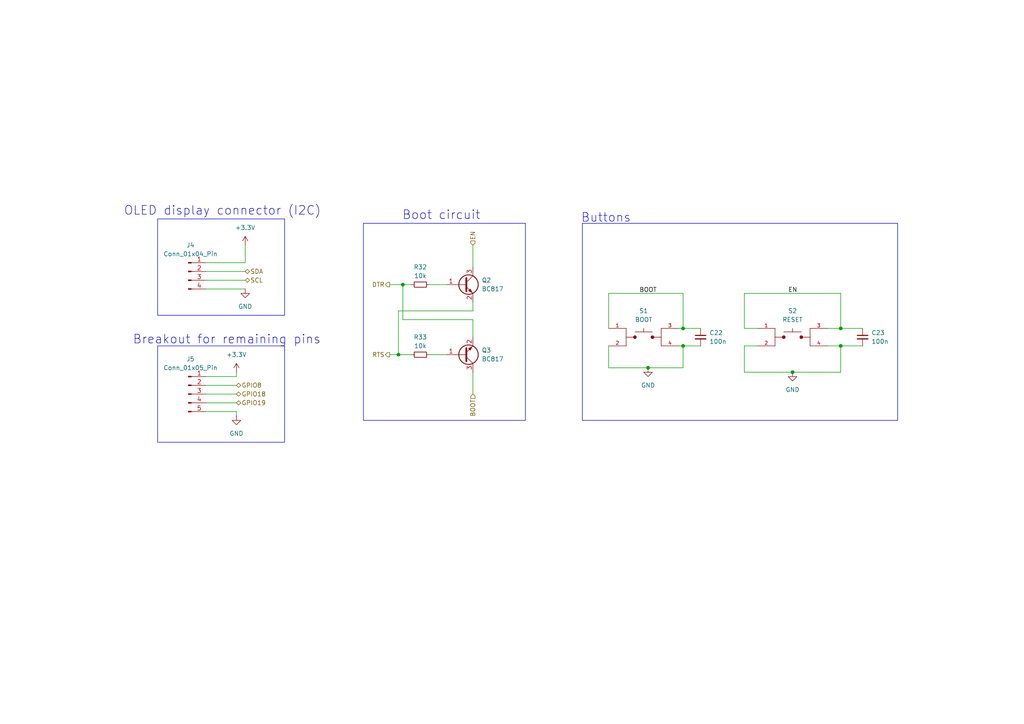
<source format=kicad_sch>
(kicad_sch
	(version 20250114)
	(generator "eeschema")
	(generator_version "9.0")
	(uuid "e1e97ee4-f9f5-45a6-95b8-0e996d4e219b")
	(paper "A4")
	(lib_symbols
		(symbol "Connector:Conn_01x04_Pin"
			(pin_names
				(offset 1.016)
				(hide yes)
			)
			(exclude_from_sim no)
			(in_bom yes)
			(on_board yes)
			(property "Reference" "J"
				(at 0 5.08 0)
				(effects
					(font
						(size 1.27 1.27)
					)
				)
			)
			(property "Value" "Conn_01x04_Pin"
				(at 0 -7.62 0)
				(effects
					(font
						(size 1.27 1.27)
					)
				)
			)
			(property "Footprint" ""
				(at 0 0 0)
				(effects
					(font
						(size 1.27 1.27)
					)
					(hide yes)
				)
			)
			(property "Datasheet" "~"
				(at 0 0 0)
				(effects
					(font
						(size 1.27 1.27)
					)
					(hide yes)
				)
			)
			(property "Description" "Generic connector, single row, 01x04, script generated"
				(at 0 0 0)
				(effects
					(font
						(size 1.27 1.27)
					)
					(hide yes)
				)
			)
			(property "ki_locked" ""
				(at 0 0 0)
				(effects
					(font
						(size 1.27 1.27)
					)
				)
			)
			(property "ki_keywords" "connector"
				(at 0 0 0)
				(effects
					(font
						(size 1.27 1.27)
					)
					(hide yes)
				)
			)
			(property "ki_fp_filters" "Connector*:*_1x??_*"
				(at 0 0 0)
				(effects
					(font
						(size 1.27 1.27)
					)
					(hide yes)
				)
			)
			(symbol "Conn_01x04_Pin_1_1"
				(rectangle
					(start 0.8636 2.667)
					(end 0 2.413)
					(stroke
						(width 0.1524)
						(type default)
					)
					(fill
						(type outline)
					)
				)
				(rectangle
					(start 0.8636 0.127)
					(end 0 -0.127)
					(stroke
						(width 0.1524)
						(type default)
					)
					(fill
						(type outline)
					)
				)
				(rectangle
					(start 0.8636 -2.413)
					(end 0 -2.667)
					(stroke
						(width 0.1524)
						(type default)
					)
					(fill
						(type outline)
					)
				)
				(rectangle
					(start 0.8636 -4.953)
					(end 0 -5.207)
					(stroke
						(width 0.1524)
						(type default)
					)
					(fill
						(type outline)
					)
				)
				(polyline
					(pts
						(xy 1.27 2.54) (xy 0.8636 2.54)
					)
					(stroke
						(width 0.1524)
						(type default)
					)
					(fill
						(type none)
					)
				)
				(polyline
					(pts
						(xy 1.27 0) (xy 0.8636 0)
					)
					(stroke
						(width 0.1524)
						(type default)
					)
					(fill
						(type none)
					)
				)
				(polyline
					(pts
						(xy 1.27 -2.54) (xy 0.8636 -2.54)
					)
					(stroke
						(width 0.1524)
						(type default)
					)
					(fill
						(type none)
					)
				)
				(polyline
					(pts
						(xy 1.27 -5.08) (xy 0.8636 -5.08)
					)
					(stroke
						(width 0.1524)
						(type default)
					)
					(fill
						(type none)
					)
				)
				(pin passive line
					(at 5.08 2.54 180)
					(length 3.81)
					(name "Pin_1"
						(effects
							(font
								(size 1.27 1.27)
							)
						)
					)
					(number "1"
						(effects
							(font
								(size 1.27 1.27)
							)
						)
					)
				)
				(pin passive line
					(at 5.08 0 180)
					(length 3.81)
					(name "Pin_2"
						(effects
							(font
								(size 1.27 1.27)
							)
						)
					)
					(number "2"
						(effects
							(font
								(size 1.27 1.27)
							)
						)
					)
				)
				(pin passive line
					(at 5.08 -2.54 180)
					(length 3.81)
					(name "Pin_3"
						(effects
							(font
								(size 1.27 1.27)
							)
						)
					)
					(number "3"
						(effects
							(font
								(size 1.27 1.27)
							)
						)
					)
				)
				(pin passive line
					(at 5.08 -5.08 180)
					(length 3.81)
					(name "Pin_4"
						(effects
							(font
								(size 1.27 1.27)
							)
						)
					)
					(number "4"
						(effects
							(font
								(size 1.27 1.27)
							)
						)
					)
				)
			)
			(embedded_fonts no)
		)
		(symbol "Connector:Conn_01x05_Pin"
			(pin_names
				(offset 1.016)
				(hide yes)
			)
			(exclude_from_sim no)
			(in_bom yes)
			(on_board yes)
			(property "Reference" "J"
				(at 0 7.62 0)
				(effects
					(font
						(size 1.27 1.27)
					)
				)
			)
			(property "Value" "Conn_01x05_Pin"
				(at 0 -7.62 0)
				(effects
					(font
						(size 1.27 1.27)
					)
				)
			)
			(property "Footprint" ""
				(at 0 0 0)
				(effects
					(font
						(size 1.27 1.27)
					)
					(hide yes)
				)
			)
			(property "Datasheet" "~"
				(at 0 0 0)
				(effects
					(font
						(size 1.27 1.27)
					)
					(hide yes)
				)
			)
			(property "Description" "Generic connector, single row, 01x05, script generated"
				(at 0 0 0)
				(effects
					(font
						(size 1.27 1.27)
					)
					(hide yes)
				)
			)
			(property "ki_locked" ""
				(at 0 0 0)
				(effects
					(font
						(size 1.27 1.27)
					)
				)
			)
			(property "ki_keywords" "connector"
				(at 0 0 0)
				(effects
					(font
						(size 1.27 1.27)
					)
					(hide yes)
				)
			)
			(property "ki_fp_filters" "Connector*:*_1x??_*"
				(at 0 0 0)
				(effects
					(font
						(size 1.27 1.27)
					)
					(hide yes)
				)
			)
			(symbol "Conn_01x05_Pin_1_1"
				(rectangle
					(start 0.8636 5.207)
					(end 0 4.953)
					(stroke
						(width 0.1524)
						(type default)
					)
					(fill
						(type outline)
					)
				)
				(rectangle
					(start 0.8636 2.667)
					(end 0 2.413)
					(stroke
						(width 0.1524)
						(type default)
					)
					(fill
						(type outline)
					)
				)
				(rectangle
					(start 0.8636 0.127)
					(end 0 -0.127)
					(stroke
						(width 0.1524)
						(type default)
					)
					(fill
						(type outline)
					)
				)
				(rectangle
					(start 0.8636 -2.413)
					(end 0 -2.667)
					(stroke
						(width 0.1524)
						(type default)
					)
					(fill
						(type outline)
					)
				)
				(rectangle
					(start 0.8636 -4.953)
					(end 0 -5.207)
					(stroke
						(width 0.1524)
						(type default)
					)
					(fill
						(type outline)
					)
				)
				(polyline
					(pts
						(xy 1.27 5.08) (xy 0.8636 5.08)
					)
					(stroke
						(width 0.1524)
						(type default)
					)
					(fill
						(type none)
					)
				)
				(polyline
					(pts
						(xy 1.27 2.54) (xy 0.8636 2.54)
					)
					(stroke
						(width 0.1524)
						(type default)
					)
					(fill
						(type none)
					)
				)
				(polyline
					(pts
						(xy 1.27 0) (xy 0.8636 0)
					)
					(stroke
						(width 0.1524)
						(type default)
					)
					(fill
						(type none)
					)
				)
				(polyline
					(pts
						(xy 1.27 -2.54) (xy 0.8636 -2.54)
					)
					(stroke
						(width 0.1524)
						(type default)
					)
					(fill
						(type none)
					)
				)
				(polyline
					(pts
						(xy 1.27 -5.08) (xy 0.8636 -5.08)
					)
					(stroke
						(width 0.1524)
						(type default)
					)
					(fill
						(type none)
					)
				)
				(pin passive line
					(at 5.08 5.08 180)
					(length 3.81)
					(name "Pin_1"
						(effects
							(font
								(size 1.27 1.27)
							)
						)
					)
					(number "1"
						(effects
							(font
								(size 1.27 1.27)
							)
						)
					)
				)
				(pin passive line
					(at 5.08 2.54 180)
					(length 3.81)
					(name "Pin_2"
						(effects
							(font
								(size 1.27 1.27)
							)
						)
					)
					(number "2"
						(effects
							(font
								(size 1.27 1.27)
							)
						)
					)
				)
				(pin passive line
					(at 5.08 0 180)
					(length 3.81)
					(name "Pin_3"
						(effects
							(font
								(size 1.27 1.27)
							)
						)
					)
					(number "3"
						(effects
							(font
								(size 1.27 1.27)
							)
						)
					)
				)
				(pin passive line
					(at 5.08 -2.54 180)
					(length 3.81)
					(name "Pin_4"
						(effects
							(font
								(size 1.27 1.27)
							)
						)
					)
					(number "4"
						(effects
							(font
								(size 1.27 1.27)
							)
						)
					)
				)
				(pin passive line
					(at 5.08 -5.08 180)
					(length 3.81)
					(name "Pin_5"
						(effects
							(font
								(size 1.27 1.27)
							)
						)
					)
					(number "5"
						(effects
							(font
								(size 1.27 1.27)
							)
						)
					)
				)
			)
			(embedded_fonts no)
		)
		(symbol "Device:C_Small"
			(pin_numbers
				(hide yes)
			)
			(pin_names
				(offset 0.254)
				(hide yes)
			)
			(exclude_from_sim no)
			(in_bom yes)
			(on_board yes)
			(property "Reference" "C"
				(at 0.254 1.778 0)
				(effects
					(font
						(size 1.27 1.27)
					)
					(justify left)
				)
			)
			(property "Value" "C_Small"
				(at 0.254 -2.032 0)
				(effects
					(font
						(size 1.27 1.27)
					)
					(justify left)
				)
			)
			(property "Footprint" ""
				(at 0 0 0)
				(effects
					(font
						(size 1.27 1.27)
					)
					(hide yes)
				)
			)
			(property "Datasheet" "~"
				(at 0 0 0)
				(effects
					(font
						(size 1.27 1.27)
					)
					(hide yes)
				)
			)
			(property "Description" "Unpolarized capacitor, small symbol"
				(at 0 0 0)
				(effects
					(font
						(size 1.27 1.27)
					)
					(hide yes)
				)
			)
			(property "ki_keywords" "capacitor cap"
				(at 0 0 0)
				(effects
					(font
						(size 1.27 1.27)
					)
					(hide yes)
				)
			)
			(property "ki_fp_filters" "C_*"
				(at 0 0 0)
				(effects
					(font
						(size 1.27 1.27)
					)
					(hide yes)
				)
			)
			(symbol "C_Small_0_1"
				(polyline
					(pts
						(xy -1.524 0.508) (xy 1.524 0.508)
					)
					(stroke
						(width 0.3048)
						(type default)
					)
					(fill
						(type none)
					)
				)
				(polyline
					(pts
						(xy -1.524 -0.508) (xy 1.524 -0.508)
					)
					(stroke
						(width 0.3302)
						(type default)
					)
					(fill
						(type none)
					)
				)
			)
			(symbol "C_Small_1_1"
				(pin passive line
					(at 0 2.54 270)
					(length 2.032)
					(name "~"
						(effects
							(font
								(size 1.27 1.27)
							)
						)
					)
					(number "1"
						(effects
							(font
								(size 1.27 1.27)
							)
						)
					)
				)
				(pin passive line
					(at 0 -2.54 90)
					(length 2.032)
					(name "~"
						(effects
							(font
								(size 1.27 1.27)
							)
						)
					)
					(number "2"
						(effects
							(font
								(size 1.27 1.27)
							)
						)
					)
				)
			)
			(embedded_fonts no)
		)
		(symbol "Device:R_Small"
			(pin_numbers
				(hide yes)
			)
			(pin_names
				(offset 0.254)
				(hide yes)
			)
			(exclude_from_sim no)
			(in_bom yes)
			(on_board yes)
			(property "Reference" "R"
				(at 0.762 0.508 0)
				(effects
					(font
						(size 1.27 1.27)
					)
					(justify left)
				)
			)
			(property "Value" "R_Small"
				(at 0.762 -1.016 0)
				(effects
					(font
						(size 1.27 1.27)
					)
					(justify left)
				)
			)
			(property "Footprint" ""
				(at 0 0 0)
				(effects
					(font
						(size 1.27 1.27)
					)
					(hide yes)
				)
			)
			(property "Datasheet" "~"
				(at 0 0 0)
				(effects
					(font
						(size 1.27 1.27)
					)
					(hide yes)
				)
			)
			(property "Description" "Resistor, small symbol"
				(at 0 0 0)
				(effects
					(font
						(size 1.27 1.27)
					)
					(hide yes)
				)
			)
			(property "ki_keywords" "R resistor"
				(at 0 0 0)
				(effects
					(font
						(size 1.27 1.27)
					)
					(hide yes)
				)
			)
			(property "ki_fp_filters" "R_*"
				(at 0 0 0)
				(effects
					(font
						(size 1.27 1.27)
					)
					(hide yes)
				)
			)
			(symbol "R_Small_0_1"
				(rectangle
					(start -0.762 1.778)
					(end 0.762 -1.778)
					(stroke
						(width 0.2032)
						(type default)
					)
					(fill
						(type none)
					)
				)
			)
			(symbol "R_Small_1_1"
				(pin passive line
					(at 0 2.54 270)
					(length 0.762)
					(name "~"
						(effects
							(font
								(size 1.27 1.27)
							)
						)
					)
					(number "1"
						(effects
							(font
								(size 1.27 1.27)
							)
						)
					)
				)
				(pin passive line
					(at 0 -2.54 90)
					(length 0.762)
					(name "~"
						(effects
							(font
								(size 1.27 1.27)
							)
						)
					)
					(number "2"
						(effects
							(font
								(size 1.27 1.27)
							)
						)
					)
				)
			)
			(embedded_fonts no)
		)
		(symbol "TL3305AF260QG:TL3305AF260QG"
			(pin_names
				(offset 1.016)
			)
			(exclude_from_sim no)
			(in_bom yes)
			(on_board yes)
			(property "Reference" "U"
				(at -5.08 5.08 0)
				(effects
					(font
						(size 1.27 1.27)
					)
					(justify left bottom)
				)
			)
			(property "Value" "TL3305AF260QG"
				(at -5.08 -5.08 0)
				(effects
					(font
						(size 1.27 1.27)
					)
					(justify left bottom)
				)
			)
			(property "Footprint" "TL3305AF260QG:SW_TL3305AF260QG"
				(at 0 0 0)
				(effects
					(font
						(size 1.27 1.27)
					)
					(justify bottom)
					(hide yes)
				)
			)
			(property "Datasheet" ""
				(at 0 0 0)
				(effects
					(font
						(size 1.27 1.27)
					)
					(hide yes)
				)
			)
			(property "Description" ""
				(at 0 0 0)
				(effects
					(font
						(size 1.27 1.27)
					)
					(hide yes)
				)
			)
			(property "MF" "E-Switch"
				(at 0 0 0)
				(effects
					(font
						(size 1.27 1.27)
					)
					(justify bottom)
					(hide yes)
				)
			)
			(property "MAXIMUM_PACKAGE_HEIGHT" "3.8mm"
				(at 0 0 0)
				(effects
					(font
						(size 1.27 1.27)
					)
					(justify bottom)
					(hide yes)
				)
			)
			(property "Package" "SMD-4 E-Switch"
				(at 0 0 0)
				(effects
					(font
						(size 1.27 1.27)
					)
					(justify bottom)
					(hide yes)
				)
			)
			(property "Price" "None"
				(at 0 0 0)
				(effects
					(font
						(size 1.27 1.27)
					)
					(justify bottom)
					(hide yes)
				)
			)
			(property "Check_prices" "https://www.snapeda.com/parts/TL3305AF260QG/E-Switch/view-part/?ref=eda"
				(at 0 0 0)
				(effects
					(font
						(size 1.27 1.27)
					)
					(justify bottom)
					(hide yes)
				)
			)
			(property "STANDARD" "Manufacturer recommendations"
				(at 0 0 0)
				(effects
					(font
						(size 1.27 1.27)
					)
					(justify bottom)
					(hide yes)
				)
			)
			(property "PARTREV" "C"
				(at 0 0 0)
				(effects
					(font
						(size 1.27 1.27)
					)
					(justify bottom)
					(hide yes)
				)
			)
			(property "SnapEDA_Link" "https://www.snapeda.com/parts/TL3305AF260QG/E-Switch/view-part/?ref=snap"
				(at 0 0 0)
				(effects
					(font
						(size 1.27 1.27)
					)
					(justify bottom)
					(hide yes)
				)
			)
			(property "MP" "TL3305AF260QG"
				(at 0 0 0)
				(effects
					(font
						(size 1.27 1.27)
					)
					(justify bottom)
					(hide yes)
				)
			)
			(property "Purchase-URL" "https://www.snapeda.com/api/url_track_click_mouser/?unipart_id=479903&manufacturer=E-Switch&part_name=TL3305AF260QG&search_term=None"
				(at 0 0 0)
				(effects
					(font
						(size 1.27 1.27)
					)
					(justify bottom)
					(hide yes)
				)
			)
			(property "Description_1" "Tactile Switch SPST-NO Top Actuated Surface Mount"
				(at 0 0 0)
				(effects
					(font
						(size 1.27 1.27)
					)
					(justify bottom)
					(hide yes)
				)
			)
			(property "Availability" "In Stock"
				(at 0 0 0)
				(effects
					(font
						(size 1.27 1.27)
					)
					(justify bottom)
					(hide yes)
				)
			)
			(property "MANUFACTURER" "E-Switch"
				(at 0 0 0)
				(effects
					(font
						(size 1.27 1.27)
					)
					(justify bottom)
					(hide yes)
				)
			)
			(symbol "TL3305AF260QG_0_0"
				(polyline
					(pts
						(xy -5.08 2.54) (xy -5.08 -2.54)
					)
					(stroke
						(width 0.1524)
						(type default)
					)
					(fill
						(type none)
					)
				)
				(polyline
					(pts
						(xy -5.08 0) (xy -2.54 0)
					)
					(stroke
						(width 0.1524)
						(type default)
					)
					(fill
						(type none)
					)
				)
				(polyline
					(pts
						(xy -2.54 1.524) (xy 0 1.524)
					)
					(stroke
						(width 0.1524)
						(type default)
					)
					(fill
						(type none)
					)
				)
				(circle
					(center -2.54 0)
					(radius 0.254)
					(stroke
						(width 0.508)
						(type default)
					)
					(fill
						(type none)
					)
				)
				(polyline
					(pts
						(xy 0 2.54) (xy 0 1.524)
					)
					(stroke
						(width 0.1524)
						(type default)
					)
					(fill
						(type none)
					)
				)
				(polyline
					(pts
						(xy 0 1.524) (xy 2.54 1.524)
					)
					(stroke
						(width 0.1524)
						(type default)
					)
					(fill
						(type none)
					)
				)
				(circle
					(center 2.54 0)
					(radius 0.254)
					(stroke
						(width 0.508)
						(type default)
					)
					(fill
						(type none)
					)
				)
				(polyline
					(pts
						(xy 5.08 2.54) (xy 5.08 -2.54)
					)
					(stroke
						(width 0.1524)
						(type default)
					)
					(fill
						(type none)
					)
				)
				(polyline
					(pts
						(xy 5.08 0) (xy 2.54 0)
					)
					(stroke
						(width 0.1524)
						(type default)
					)
					(fill
						(type none)
					)
				)
				(pin passive line
					(at -10.16 2.54 0)
					(length 5.08)
					(name "~"
						(effects
							(font
								(size 1.016 1.016)
							)
						)
					)
					(number "1"
						(effects
							(font
								(size 1.016 1.016)
							)
						)
					)
				)
				(pin passive line
					(at -10.16 -2.54 0)
					(length 5.08)
					(name "~"
						(effects
							(font
								(size 1.016 1.016)
							)
						)
					)
					(number "2"
						(effects
							(font
								(size 1.016 1.016)
							)
						)
					)
				)
				(pin passive line
					(at 10.16 2.54 180)
					(length 5.08)
					(name "~"
						(effects
							(font
								(size 1.016 1.016)
							)
						)
					)
					(number "3"
						(effects
							(font
								(size 1.016 1.016)
							)
						)
					)
				)
				(pin passive line
					(at 10.16 -2.54 180)
					(length 5.08)
					(name "~"
						(effects
							(font
								(size 1.016 1.016)
							)
						)
					)
					(number "4"
						(effects
							(font
								(size 1.016 1.016)
							)
						)
					)
				)
			)
			(embedded_fonts no)
		)
		(symbol "Transistor_BJT:BC817"
			(pin_names
				(offset 0)
				(hide yes)
			)
			(exclude_from_sim no)
			(in_bom yes)
			(on_board yes)
			(property "Reference" "Q"
				(at 5.08 1.905 0)
				(effects
					(font
						(size 1.27 1.27)
					)
					(justify left)
				)
			)
			(property "Value" "BC817"
				(at 5.08 0 0)
				(effects
					(font
						(size 1.27 1.27)
					)
					(justify left)
				)
			)
			(property "Footprint" "Package_TO_SOT_SMD:SOT-23"
				(at 5.08 -1.905 0)
				(effects
					(font
						(size 1.27 1.27)
						(italic yes)
					)
					(justify left)
					(hide yes)
				)
			)
			(property "Datasheet" "https://www.onsemi.com/pub/Collateral/BC818-D.pdf"
				(at 0 0 0)
				(effects
					(font
						(size 1.27 1.27)
					)
					(justify left)
					(hide yes)
				)
			)
			(property "Description" "0.8A Ic, 45V Vce, NPN Transistor, SOT-23"
				(at 0 0 0)
				(effects
					(font
						(size 1.27 1.27)
					)
					(hide yes)
				)
			)
			(property "ki_keywords" "NPN Transistor"
				(at 0 0 0)
				(effects
					(font
						(size 1.27 1.27)
					)
					(hide yes)
				)
			)
			(property "ki_fp_filters" "SOT?23*"
				(at 0 0 0)
				(effects
					(font
						(size 1.27 1.27)
					)
					(hide yes)
				)
			)
			(symbol "BC817_0_1"
				(polyline
					(pts
						(xy -2.54 0) (xy 0.635 0)
					)
					(stroke
						(width 0)
						(type default)
					)
					(fill
						(type none)
					)
				)
				(polyline
					(pts
						(xy 0.635 1.905) (xy 0.635 -1.905)
					)
					(stroke
						(width 0.508)
						(type default)
					)
					(fill
						(type none)
					)
				)
				(circle
					(center 1.27 0)
					(radius 2.8194)
					(stroke
						(width 0.254)
						(type default)
					)
					(fill
						(type none)
					)
				)
			)
			(symbol "BC817_1_1"
				(polyline
					(pts
						(xy 0.635 0.635) (xy 2.54 2.54)
					)
					(stroke
						(width 0)
						(type default)
					)
					(fill
						(type none)
					)
				)
				(polyline
					(pts
						(xy 0.635 -0.635) (xy 2.54 -2.54)
					)
					(stroke
						(width 0)
						(type default)
					)
					(fill
						(type none)
					)
				)
				(polyline
					(pts
						(xy 1.27 -1.778) (xy 1.778 -1.27) (xy 2.286 -2.286) (xy 1.27 -1.778)
					)
					(stroke
						(width 0)
						(type default)
					)
					(fill
						(type outline)
					)
				)
				(pin input line
					(at -5.08 0 0)
					(length 2.54)
					(name "B"
						(effects
							(font
								(size 1.27 1.27)
							)
						)
					)
					(number "1"
						(effects
							(font
								(size 1.27 1.27)
							)
						)
					)
				)
				(pin passive line
					(at 2.54 5.08 270)
					(length 2.54)
					(name "C"
						(effects
							(font
								(size 1.27 1.27)
							)
						)
					)
					(number "3"
						(effects
							(font
								(size 1.27 1.27)
							)
						)
					)
				)
				(pin passive line
					(at 2.54 -5.08 90)
					(length 2.54)
					(name "E"
						(effects
							(font
								(size 1.27 1.27)
							)
						)
					)
					(number "2"
						(effects
							(font
								(size 1.27 1.27)
							)
						)
					)
				)
			)
			(embedded_fonts no)
		)
		(symbol "power:+3.3V"
			(power)
			(pin_numbers
				(hide yes)
			)
			(pin_names
				(offset 0)
				(hide yes)
			)
			(exclude_from_sim no)
			(in_bom yes)
			(on_board yes)
			(property "Reference" "#PWR"
				(at 0 -3.81 0)
				(effects
					(font
						(size 1.27 1.27)
					)
					(hide yes)
				)
			)
			(property "Value" "+3.3V"
				(at 0 3.556 0)
				(effects
					(font
						(size 1.27 1.27)
					)
				)
			)
			(property "Footprint" ""
				(at 0 0 0)
				(effects
					(font
						(size 1.27 1.27)
					)
					(hide yes)
				)
			)
			(property "Datasheet" ""
				(at 0 0 0)
				(effects
					(font
						(size 1.27 1.27)
					)
					(hide yes)
				)
			)
			(property "Description" "Power symbol creates a global label with name \"+3.3V\""
				(at 0 0 0)
				(effects
					(font
						(size 1.27 1.27)
					)
					(hide yes)
				)
			)
			(property "ki_keywords" "global power"
				(at 0 0 0)
				(effects
					(font
						(size 1.27 1.27)
					)
					(hide yes)
				)
			)
			(symbol "+3.3V_0_1"
				(polyline
					(pts
						(xy -0.762 1.27) (xy 0 2.54)
					)
					(stroke
						(width 0)
						(type default)
					)
					(fill
						(type none)
					)
				)
				(polyline
					(pts
						(xy 0 2.54) (xy 0.762 1.27)
					)
					(stroke
						(width 0)
						(type default)
					)
					(fill
						(type none)
					)
				)
				(polyline
					(pts
						(xy 0 0) (xy 0 2.54)
					)
					(stroke
						(width 0)
						(type default)
					)
					(fill
						(type none)
					)
				)
			)
			(symbol "+3.3V_1_1"
				(pin power_in line
					(at 0 0 90)
					(length 0)
					(name "~"
						(effects
							(font
								(size 1.27 1.27)
							)
						)
					)
					(number "1"
						(effects
							(font
								(size 1.27 1.27)
							)
						)
					)
				)
			)
			(embedded_fonts no)
		)
		(symbol "power:GND"
			(power)
			(pin_numbers
				(hide yes)
			)
			(pin_names
				(offset 0)
				(hide yes)
			)
			(exclude_from_sim no)
			(in_bom yes)
			(on_board yes)
			(property "Reference" "#PWR"
				(at 0 -6.35 0)
				(effects
					(font
						(size 1.27 1.27)
					)
					(hide yes)
				)
			)
			(property "Value" "GND"
				(at 0 -3.81 0)
				(effects
					(font
						(size 1.27 1.27)
					)
				)
			)
			(property "Footprint" ""
				(at 0 0 0)
				(effects
					(font
						(size 1.27 1.27)
					)
					(hide yes)
				)
			)
			(property "Datasheet" ""
				(at 0 0 0)
				(effects
					(font
						(size 1.27 1.27)
					)
					(hide yes)
				)
			)
			(property "Description" "Power symbol creates a global label with name \"GND\" , ground"
				(at 0 0 0)
				(effects
					(font
						(size 1.27 1.27)
					)
					(hide yes)
				)
			)
			(property "ki_keywords" "global power"
				(at 0 0 0)
				(effects
					(font
						(size 1.27 1.27)
					)
					(hide yes)
				)
			)
			(symbol "GND_0_1"
				(polyline
					(pts
						(xy 0 0) (xy 0 -1.27) (xy 1.27 -1.27) (xy 0 -2.54) (xy -1.27 -1.27) (xy 0 -1.27)
					)
					(stroke
						(width 0)
						(type default)
					)
					(fill
						(type none)
					)
				)
			)
			(symbol "GND_1_1"
				(pin power_in line
					(at 0 0 270)
					(length 0)
					(name "~"
						(effects
							(font
								(size 1.27 1.27)
							)
						)
					)
					(number "1"
						(effects
							(font
								(size 1.27 1.27)
							)
						)
					)
				)
			)
			(embedded_fonts no)
		)
	)
	(rectangle
		(start 45.72 63.5)
		(end 82.55 91.44)
		(stroke
			(width 0)
			(type default)
		)
		(fill
			(type none)
		)
		(uuid 2f08449b-5127-423f-b005-575ec010fb03)
	)
	(rectangle
		(start 105.41 64.77)
		(end 152.4 121.92)
		(stroke
			(width 0)
			(type default)
		)
		(fill
			(type none)
		)
		(uuid 8271a60c-25c3-4af3-863a-ea0f23409a14)
	)
	(rectangle
		(start 45.72 100.33)
		(end 82.55 128.27)
		(stroke
			(width 0)
			(type default)
		)
		(fill
			(type none)
		)
		(uuid cb7d8aa3-1ddf-4903-883d-64e9b50274f8)
	)
	(rectangle
		(start 168.91 64.77)
		(end 260.35 121.92)
		(stroke
			(width 0)
			(type default)
		)
		(fill
			(type none)
		)
		(uuid d0c0e176-746b-446b-86cd-8d6ed83e5bf2)
	)
	(text "Boot circuit"
		(exclude_from_sim no)
		(at 128.016 62.484 0)
		(effects
			(font
				(size 2.54 2.54)
			)
		)
		(uuid "2db1e8e9-fdc2-4461-aad0-b4543b985b55")
	)
	(text "OLED display connector (I2C)"
		(exclude_from_sim no)
		(at 64.516 61.214 0)
		(effects
			(font
				(size 2.54 2.54)
			)
		)
		(uuid "33622139-ec8b-461a-8c56-264107029b12")
	)
	(text "Breakout for remaining pins"
		(exclude_from_sim no)
		(at 65.786 98.552 0)
		(effects
			(font
				(size 2.54 2.54)
			)
		)
		(uuid "3bb3ab2f-5d71-4ce6-b8eb-d679410b87a8")
	)
	(text "Buttons"
		(exclude_from_sim no)
		(at 175.768 63.246 0)
		(effects
			(font
				(size 2.54 2.54)
			)
		)
		(uuid "6b05d7bf-67fb-4bd9-a3a1-92e36f6d9e3f")
	)
	(junction
		(at 229.87 107.95)
		(diameter 0)
		(color 0 0 0 0)
		(uuid "232d7f36-906c-4084-a0ca-3dd0081e61f0")
	)
	(junction
		(at 198.12 100.33)
		(diameter 0)
		(color 0 0 0 0)
		(uuid "2f705da7-d529-4f50-bdf8-90d761f73cc0")
	)
	(junction
		(at 115.57 102.87)
		(diameter 0)
		(color 0 0 0 0)
		(uuid "378a6b08-3028-46fc-8dac-1c0896fae046")
	)
	(junction
		(at 243.84 100.33)
		(diameter 0)
		(color 0 0 0 0)
		(uuid "7bcca1a8-f6b9-4ce8-8c88-4b12583ed7de")
	)
	(junction
		(at 116.84 82.55)
		(diameter 0)
		(color 0 0 0 0)
		(uuid "d078843d-a620-45cd-8fe0-b4f09d80a545")
	)
	(junction
		(at 243.84 95.25)
		(diameter 0)
		(color 0 0 0 0)
		(uuid "d3cd129a-1950-4c2d-bf9a-31c8eb018940")
	)
	(junction
		(at 187.96 106.68)
		(diameter 0)
		(color 0 0 0 0)
		(uuid "d67249c0-3b30-43b1-b3ce-5fe19c60168e")
	)
	(junction
		(at 198.12 95.25)
		(diameter 0)
		(color 0 0 0 0)
		(uuid "fba3d517-4cb6-4250-a4c4-71b4b1abd2c4")
	)
	(wire
		(pts
			(xy 68.58 119.38) (xy 68.58 120.65)
		)
		(stroke
			(width 0)
			(type default)
		)
		(uuid "00b0e897-17eb-47c2-8a4c-409bc28eac0e")
	)
	(wire
		(pts
			(xy 59.69 81.28) (xy 71.12 81.28)
		)
		(stroke
			(width 0)
			(type default)
		)
		(uuid "02ba7c2e-359b-4483-8f1b-968f7c8d3f53")
	)
	(wire
		(pts
			(xy 243.84 100.33) (xy 250.19 100.33)
		)
		(stroke
			(width 0)
			(type default)
		)
		(uuid "0934ed25-aea7-4682-b6aa-852eb32a99d2")
	)
	(wire
		(pts
			(xy 215.9 107.95) (xy 229.87 107.95)
		)
		(stroke
			(width 0)
			(type default)
		)
		(uuid "0a890593-4f7e-4a28-a350-3eb510f176b4")
	)
	(wire
		(pts
			(xy 215.9 85.09) (xy 243.84 85.09)
		)
		(stroke
			(width 0)
			(type default)
		)
		(uuid "14af426f-4304-485f-9943-ba2a13ecb2b3")
	)
	(wire
		(pts
			(xy 198.12 85.09) (xy 198.12 95.25)
		)
		(stroke
			(width 0)
			(type default)
		)
		(uuid "201b83f5-25be-4cba-8312-32ab8138aee9")
	)
	(wire
		(pts
			(xy 59.69 111.76) (xy 68.58 111.76)
		)
		(stroke
			(width 0)
			(type default)
		)
		(uuid "250fa551-a82a-49c9-8779-df27a13a786f")
	)
	(wire
		(pts
			(xy 124.46 82.55) (xy 129.54 82.55)
		)
		(stroke
			(width 0)
			(type default)
		)
		(uuid "28aae830-f199-46cd-b88c-ef3cf9cdf33e")
	)
	(wire
		(pts
			(xy 59.69 78.74) (xy 71.12 78.74)
		)
		(stroke
			(width 0)
			(type default)
		)
		(uuid "2bb0349a-a9b1-483c-859a-71d1d2d0924a")
	)
	(wire
		(pts
			(xy 229.87 107.95) (xy 243.84 107.95)
		)
		(stroke
			(width 0)
			(type default)
		)
		(uuid "314b42ba-bf46-4d8a-b0df-c75813450a7d")
	)
	(wire
		(pts
			(xy 196.85 100.33) (xy 198.12 100.33)
		)
		(stroke
			(width 0)
			(type default)
		)
		(uuid "3573e667-99df-4dc8-8d65-1a9228ea7877")
	)
	(wire
		(pts
			(xy 113.03 82.55) (xy 116.84 82.55)
		)
		(stroke
			(width 0)
			(type default)
		)
		(uuid "3a51ab3c-0653-4145-8621-71c002953d6b")
	)
	(wire
		(pts
			(xy 115.57 90.17) (xy 137.16 90.17)
		)
		(stroke
			(width 0)
			(type default)
		)
		(uuid "41a9c0a7-598a-4620-b5f8-62f69065d544")
	)
	(wire
		(pts
			(xy 198.12 95.25) (xy 203.2 95.25)
		)
		(stroke
			(width 0)
			(type default)
		)
		(uuid "42e862fd-159a-43d0-9fde-7c80dd0ec0f1")
	)
	(wire
		(pts
			(xy 176.53 85.09) (xy 198.12 85.09)
		)
		(stroke
			(width 0)
			(type default)
		)
		(uuid "435cbc20-780a-4fa6-8c28-96b7fcddc784")
	)
	(wire
		(pts
			(xy 115.57 102.87) (xy 119.38 102.87)
		)
		(stroke
			(width 0)
			(type default)
		)
		(uuid "444f3888-c87f-4c09-b769-fec192afb096")
	)
	(wire
		(pts
			(xy 240.03 100.33) (xy 243.84 100.33)
		)
		(stroke
			(width 0)
			(type default)
		)
		(uuid "45e74190-56b3-4e29-a414-b2a926dc2664")
	)
	(wire
		(pts
			(xy 137.16 90.17) (xy 137.16 87.63)
		)
		(stroke
			(width 0)
			(type default)
		)
		(uuid "48b89f34-8495-40b4-88e2-34412f16c26a")
	)
	(wire
		(pts
			(xy 59.69 83.82) (xy 71.12 83.82)
		)
		(stroke
			(width 0)
			(type default)
		)
		(uuid "4e74fd1e-4484-4cd4-9de8-5d7a19d2a794")
	)
	(wire
		(pts
			(xy 198.12 100.33) (xy 198.12 106.68)
		)
		(stroke
			(width 0)
			(type default)
		)
		(uuid "5534c92b-d28b-44d8-94a8-b8ea771ed9a5")
	)
	(wire
		(pts
			(xy 59.69 109.22) (xy 68.58 109.22)
		)
		(stroke
			(width 0)
			(type default)
		)
		(uuid "5606db23-7584-4729-b6a9-c6a19f31e100")
	)
	(wire
		(pts
			(xy 196.85 95.25) (xy 198.12 95.25)
		)
		(stroke
			(width 0)
			(type default)
		)
		(uuid "563f775b-6d08-4506-8d56-c558553519f5")
	)
	(wire
		(pts
			(xy 215.9 95.25) (xy 215.9 85.09)
		)
		(stroke
			(width 0)
			(type default)
		)
		(uuid "5dc61fe4-4c4f-46ef-9739-6bae25e15df2")
	)
	(wire
		(pts
			(xy 137.16 107.95) (xy 137.16 114.3)
		)
		(stroke
			(width 0)
			(type default)
		)
		(uuid "5ecab9b3-3a69-47ed-81f4-35aff650a1c8")
	)
	(wire
		(pts
			(xy 116.84 82.55) (xy 116.84 92.71)
		)
		(stroke
			(width 0)
			(type default)
		)
		(uuid "61e02388-5d2e-4bdd-82a0-c970e6d45761")
	)
	(wire
		(pts
			(xy 198.12 106.68) (xy 187.96 106.68)
		)
		(stroke
			(width 0)
			(type default)
		)
		(uuid "6a3cabd6-22c0-4563-86e3-3bcb08c4cb07")
	)
	(wire
		(pts
			(xy 113.03 102.87) (xy 115.57 102.87)
		)
		(stroke
			(width 0)
			(type default)
		)
		(uuid "714a9635-1f25-44c8-b172-6feeaf7bc027")
	)
	(wire
		(pts
			(xy 198.12 100.33) (xy 203.2 100.33)
		)
		(stroke
			(width 0)
			(type default)
		)
		(uuid "71a228ef-2ade-42de-b925-627a5cecd9e0")
	)
	(wire
		(pts
			(xy 115.57 102.87) (xy 115.57 90.17)
		)
		(stroke
			(width 0)
			(type default)
		)
		(uuid "7add4f18-5e29-4727-b856-ccfb0fddd67d")
	)
	(wire
		(pts
			(xy 243.84 95.25) (xy 250.19 95.25)
		)
		(stroke
			(width 0)
			(type default)
		)
		(uuid "8299badc-bdf0-4a96-9553-fd1c917bebe4")
	)
	(wire
		(pts
			(xy 59.69 119.38) (xy 68.58 119.38)
		)
		(stroke
			(width 0)
			(type default)
		)
		(uuid "86700f51-4232-4ac3-91c6-48cb451775ec")
	)
	(wire
		(pts
			(xy 176.53 95.25) (xy 176.53 85.09)
		)
		(stroke
			(width 0)
			(type default)
		)
		(uuid "8b8db65c-cfc8-45d4-b7c3-d190adc051d5")
	)
	(wire
		(pts
			(xy 240.03 95.25) (xy 243.84 95.25)
		)
		(stroke
			(width 0)
			(type default)
		)
		(uuid "8fd4dec8-5848-47af-b065-d22ea7cd4862")
	)
	(wire
		(pts
			(xy 71.12 76.2) (xy 71.12 71.12)
		)
		(stroke
			(width 0)
			(type default)
		)
		(uuid "90fdc303-9993-4552-9e0e-7762309e3300")
	)
	(wire
		(pts
			(xy 116.84 92.71) (xy 137.16 92.71)
		)
		(stroke
			(width 0)
			(type default)
		)
		(uuid "97f1ec6e-9634-4ac6-abba-bf582ed57c3a")
	)
	(wire
		(pts
			(xy 243.84 85.09) (xy 243.84 95.25)
		)
		(stroke
			(width 0)
			(type default)
		)
		(uuid "99b2f88a-89f7-4abb-97c1-6bdf4aa8a0c0")
	)
	(wire
		(pts
			(xy 137.16 92.71) (xy 137.16 97.79)
		)
		(stroke
			(width 0)
			(type default)
		)
		(uuid "a8b84933-6e54-4185-9a4c-c400a774d384")
	)
	(wire
		(pts
			(xy 215.9 100.33) (xy 219.71 100.33)
		)
		(stroke
			(width 0)
			(type default)
		)
		(uuid "ba4b50d0-ed57-4fd4-b47c-e51b286df9a3")
	)
	(wire
		(pts
			(xy 124.46 102.87) (xy 129.54 102.87)
		)
		(stroke
			(width 0)
			(type default)
		)
		(uuid "caa50e7c-67c9-43ba-be70-8622c4511760")
	)
	(wire
		(pts
			(xy 215.9 95.25) (xy 219.71 95.25)
		)
		(stroke
			(width 0)
			(type default)
		)
		(uuid "caeaff4e-a075-4974-bc9c-0bbb32373e79")
	)
	(wire
		(pts
			(xy 116.84 82.55) (xy 119.38 82.55)
		)
		(stroke
			(width 0)
			(type default)
		)
		(uuid "cb0357ef-dd72-4a55-a5c6-173b0cf369a3")
	)
	(wire
		(pts
			(xy 59.69 114.3) (xy 68.58 114.3)
		)
		(stroke
			(width 0)
			(type default)
		)
		(uuid "d85c3528-4362-4656-92a2-08f2dee6ff90")
	)
	(wire
		(pts
			(xy 187.96 106.68) (xy 176.53 106.68)
		)
		(stroke
			(width 0)
			(type default)
		)
		(uuid "d9538ab2-560b-4dff-90e6-b9cb27a92fd8")
	)
	(wire
		(pts
			(xy 59.69 76.2) (xy 71.12 76.2)
		)
		(stroke
			(width 0)
			(type default)
		)
		(uuid "e5005b56-232a-4469-a5eb-dd5858c0c764")
	)
	(wire
		(pts
			(xy 68.58 109.22) (xy 68.58 107.95)
		)
		(stroke
			(width 0)
			(type default)
		)
		(uuid "e9f832e6-682b-4c53-a053-32315e828bff")
	)
	(wire
		(pts
			(xy 59.69 116.84) (xy 68.58 116.84)
		)
		(stroke
			(width 0)
			(type default)
		)
		(uuid "ed098144-5671-4fd0-88c8-d8a2ddb7152b")
	)
	(wire
		(pts
			(xy 176.53 106.68) (xy 176.53 100.33)
		)
		(stroke
			(width 0)
			(type default)
		)
		(uuid "eea7b27c-9615-40a7-8587-4655251f8f63")
	)
	(wire
		(pts
			(xy 243.84 107.95) (xy 243.84 100.33)
		)
		(stroke
			(width 0)
			(type default)
		)
		(uuid "f1c44104-8def-4241-9ee0-08cf8f86be5c")
	)
	(wire
		(pts
			(xy 215.9 100.33) (xy 215.9 107.95)
		)
		(stroke
			(width 0)
			(type default)
		)
		(uuid "f534545d-639f-4ebc-99ed-60e63928a4aa")
	)
	(wire
		(pts
			(xy 137.16 71.12) (xy 137.16 77.47)
		)
		(stroke
			(width 0)
			(type default)
		)
		(uuid "f6fefa00-b84c-4c0f-b06f-6ff04b014c81")
	)
	(label "EN"
		(at 228.6 85.09 0)
		(effects
			(font
				(size 1.27 1.27)
			)
			(justify left bottom)
		)
		(uuid "bf9e60d6-65ef-4218-af21-694470b9fe4e")
	)
	(label "BOOT"
		(at 185.42 85.09 0)
		(effects
			(font
				(size 1.27 1.27)
			)
			(justify left bottom)
		)
		(uuid "f40fe70a-2773-40d7-ba5a-dc01892299cb")
	)
	(hierarchical_label "DTR"
		(shape output)
		(at 113.03 82.55 180)
		(effects
			(font
				(size 1.27 1.27)
			)
			(justify right)
		)
		(uuid "20396729-488b-4e4a-8dca-6718e4dc5406")
	)
	(hierarchical_label "BOOT"
		(shape input)
		(at 137.16 114.3 270)
		(effects
			(font
				(size 1.27 1.27)
			)
			(justify right)
		)
		(uuid "4a8a1a88-45dd-44ff-9274-032c0995d2e6")
	)
	(hierarchical_label "SDA"
		(shape bidirectional)
		(at 71.12 78.74 0)
		(effects
			(font
				(size 1.27 1.27)
			)
			(justify left)
		)
		(uuid "55f90c8e-628c-4882-929a-6ebc2574a1f0")
	)
	(hierarchical_label "GPIO19"
		(shape bidirectional)
		(at 68.58 116.84 0)
		(effects
			(font
				(size 1.27 1.27)
			)
			(justify left)
		)
		(uuid "689dc6d0-a847-48e1-8a7a-1603b279b40d")
	)
	(hierarchical_label "GPIO8"
		(shape bidirectional)
		(at 68.58 111.76 0)
		(effects
			(font
				(size 1.27 1.27)
			)
			(justify left)
		)
		(uuid "8ab1240e-41ad-4347-8746-5182191c5f4b")
	)
	(hierarchical_label "EN"
		(shape input)
		(at 137.16 71.12 90)
		(effects
			(font
				(size 1.27 1.27)
			)
			(justify left)
		)
		(uuid "af0ce654-158f-4789-94a4-a778032cd579")
	)
	(hierarchical_label "GPIO18"
		(shape bidirectional)
		(at 68.58 114.3 0)
		(effects
			(font
				(size 1.27 1.27)
			)
			(justify left)
		)
		(uuid "b3ec330f-caf2-4f45-a588-33cfb7920da0")
	)
	(hierarchical_label "SCL"
		(shape bidirectional)
		(at 71.12 81.28 0)
		(effects
			(font
				(size 1.27 1.27)
			)
			(justify left)
		)
		(uuid "d1c509ae-ba08-4e6d-bc6f-51f753da4273")
	)
	(hierarchical_label "RTS"
		(shape output)
		(at 113.03 102.87 180)
		(effects
			(font
				(size 1.27 1.27)
			)
			(justify right)
		)
		(uuid "e804fbb2-2b64-4b8d-9b6c-36795ddbe9db")
	)
	(symbol
		(lib_id "TL3305AF260QG:TL3305AF260QG")
		(at 229.87 97.79 0)
		(unit 1)
		(exclude_from_sim no)
		(in_bom yes)
		(on_board yes)
		(dnp no)
		(fields_autoplaced yes)
		(uuid "1c70c99f-56f0-4591-9af6-c2eb17bb3c59")
		(property "Reference" "S2"
			(at 229.87 90.17 0)
			(effects
				(font
					(size 1.27 1.27)
				)
			)
		)
		(property "Value" "RESET"
			(at 229.87 92.71 0)
			(effects
				(font
					(size 1.27 1.27)
				)
			)
		)
		(property "Footprint" "ESP32_Peter_dalmaris:SW_TL3305AF260QG"
			(at 229.87 97.79 0)
			(effects
				(font
					(size 1.27 1.27)
				)
				(justify bottom)
				(hide yes)
			)
		)
		(property "Datasheet" ""
			(at 229.87 97.79 0)
			(effects
				(font
					(size 1.27 1.27)
				)
				(hide yes)
			)
		)
		(property "Description" ""
			(at 229.87 97.79 0)
			(effects
				(font
					(size 1.27 1.27)
				)
				(hide yes)
			)
		)
		(property "MF" "E-Switch"
			(at 229.87 97.79 0)
			(effects
				(font
					(size 1.27 1.27)
				)
				(justify bottom)
				(hide yes)
			)
		)
		(property "Description_1" "Tactile Switch SPST-NO Top Actuated Surface Mount"
			(at 229.87 97.79 0)
			(effects
				(font
					(size 1.27 1.27)
				)
				(justify bottom)
				(hide yes)
			)
		)
		(property "Package" "SMD-4 E-Switch"
			(at 229.87 97.79 0)
			(effects
				(font
					(size 1.27 1.27)
				)
				(justify bottom)
				(hide yes)
			)
		)
		(property "Price" "None"
			(at 229.87 97.79 0)
			(effects
				(font
					(size 1.27 1.27)
				)
				(justify bottom)
				(hide yes)
			)
		)
		(property "Check_prices" "https://www.snapeda.com/parts/TL3305AF260QG/E-Switch/view-part/?ref=eda"
			(at 229.87 97.79 0)
			(effects
				(font
					(size 1.27 1.27)
				)
				(justify bottom)
				(hide yes)
			)
		)
		(property "STANDARD" "Manufacturer recommendations"
			(at 229.87 97.79 0)
			(effects
				(font
					(size 1.27 1.27)
				)
				(justify bottom)
				(hide yes)
			)
		)
		(property "PARTREV" "C"
			(at 229.87 97.79 0)
			(effects
				(font
					(size 1.27 1.27)
				)
				(justify bottom)
				(hide yes)
			)
		)
		(property "SnapEDA_Link" "https://www.snapeda.com/parts/TL3305AF260QG/E-Switch/view-part/?ref=snap"
			(at 229.87 97.79 0)
			(effects
				(font
					(size 1.27 1.27)
				)
				(justify bottom)
				(hide yes)
			)
		)
		(property "MP" "TL3305AF260QG"
			(at 229.87 97.79 0)
			(effects
				(font
					(size 1.27 1.27)
				)
				(justify bottom)
				(hide yes)
			)
		)
		(property "Availability" "In Stock"
			(at 229.87 97.79 0)
			(effects
				(font
					(size 1.27 1.27)
				)
				(justify bottom)
				(hide yes)
			)
		)
		(property "MANUFACTURER" "E-Switch"
			(at 229.87 97.79 0)
			(effects
				(font
					(size 1.27 1.27)
				)
				(justify bottom)
				(hide yes)
			)
		)
		(property "MAXIMUM_PACKAGE_HEIGHT" "3.8mm"
			(at 229.87 97.79 0)
			(effects
				(font
					(size 1.27 1.27)
				)
				(justify bottom)
				(hide yes)
			)
		)
		(property "Purchase-URL" "https://www.snapeda.com/api/url_track_click_mouser/?unipart_id=479903&manufacturer=E-Switch&part_name=TL3305AF260QG&search_term=None"
			(at 229.87 97.79 0)
			(effects
				(font
					(size 1.27 1.27)
				)
				(justify bottom)
				(hide yes)
			)
		)
		(pin "3"
			(uuid "ce6f7222-103b-4971-8cce-11a25b258eb4")
		)
		(pin "1"
			(uuid "8a322f2a-4b44-4446-bc8f-f5a7f21af594")
		)
		(pin "4"
			(uuid "3d6ba051-5058-49c7-82d0-c89842992598")
		)
		(pin "2"
			(uuid "06ae439f-9eca-4cd8-a3c6-1f635a58746b")
		)
		(instances
			(project ""
				(path "/17d5887b-171e-413f-b20b-05ee4d173b24/d853babe-4717-4caf-898d-c4a4bd6853bf/37fc5694-111b-4774-92b7-44654ffcc862"
					(reference "S2")
					(unit 1)
				)
			)
		)
	)
	(symbol
		(lib_id "power:GND")
		(at 229.87 107.95 0)
		(unit 1)
		(exclude_from_sim no)
		(in_bom yes)
		(on_board yes)
		(dnp no)
		(fields_autoplaced yes)
		(uuid "264925e7-6926-4dfe-ac7a-0e2158c87111")
		(property "Reference" "#PWR065"
			(at 229.87 114.3 0)
			(effects
				(font
					(size 1.27 1.27)
				)
				(hide yes)
			)
		)
		(property "Value" "GND"
			(at 229.87 113.03 0)
			(effects
				(font
					(size 1.27 1.27)
				)
			)
		)
		(property "Footprint" ""
			(at 229.87 107.95 0)
			(effects
				(font
					(size 1.27 1.27)
				)
				(hide yes)
			)
		)
		(property "Datasheet" ""
			(at 229.87 107.95 0)
			(effects
				(font
					(size 1.27 1.27)
				)
				(hide yes)
			)
		)
		(property "Description" "Power symbol creates a global label with name \"GND\" , ground"
			(at 229.87 107.95 0)
			(effects
				(font
					(size 1.27 1.27)
				)
				(hide yes)
			)
		)
		(pin "1"
			(uuid "41942a5a-75d0-418a-a3c3-fbfde9f85687")
		)
		(instances
			(project "ESP32_PeterDalmaris_Board"
				(path "/17d5887b-171e-413f-b20b-05ee4d173b24/d853babe-4717-4caf-898d-c4a4bd6853bf/37fc5694-111b-4774-92b7-44654ffcc862"
					(reference "#PWR065")
					(unit 1)
				)
			)
		)
	)
	(symbol
		(lib_id "Transistor_BJT:BC817")
		(at 134.62 82.55 0)
		(unit 1)
		(exclude_from_sim no)
		(in_bom yes)
		(on_board yes)
		(dnp no)
		(fields_autoplaced yes)
		(uuid "3b85c4ca-8159-4d60-8956-682bc2f19eb2")
		(property "Reference" "Q2"
			(at 139.7 81.2799 0)
			(effects
				(font
					(size 1.27 1.27)
				)
				(justify left)
			)
		)
		(property "Value" "BC817"
			(at 139.7 83.8199 0)
			(effects
				(font
					(size 1.27 1.27)
				)
				(justify left)
			)
		)
		(property "Footprint" "Package_TO_SOT_SMD:SOT-23"
			(at 139.7 84.455 0)
			(effects
				(font
					(size 1.27 1.27)
					(italic yes)
				)
				(justify left)
				(hide yes)
			)
		)
		(property "Datasheet" "https://www.onsemi.com/pub/Collateral/BC818-D.pdf"
			(at 134.62 82.55 0)
			(effects
				(font
					(size 1.27 1.27)
				)
				(justify left)
				(hide yes)
			)
		)
		(property "Description" "0.8A Ic, 45V Vce, NPN Transistor, SOT-23"
			(at 134.62 82.55 0)
			(effects
				(font
					(size 1.27 1.27)
				)
				(hide yes)
			)
		)
		(pin "1"
			(uuid "4c569833-a6d1-4e1b-8be0-79cf34ea3edd")
		)
		(pin "3"
			(uuid "5ab3902a-0922-4f5e-8065-0a10773dc9ad")
		)
		(pin "2"
			(uuid "3a62acc1-9013-40a9-8303-9bb0cbfde880")
		)
		(instances
			(project ""
				(path "/17d5887b-171e-413f-b20b-05ee4d173b24/d853babe-4717-4caf-898d-c4a4bd6853bf/37fc5694-111b-4774-92b7-44654ffcc862"
					(reference "Q2")
					(unit 1)
				)
			)
		)
	)
	(symbol
		(lib_id "power:+3.3V")
		(at 68.58 107.95 0)
		(unit 1)
		(exclude_from_sim no)
		(in_bom yes)
		(on_board yes)
		(dnp no)
		(fields_autoplaced yes)
		(uuid "4302ccf5-ca90-441f-b088-5a861f0dc0df")
		(property "Reference" "#PWR062"
			(at 68.58 111.76 0)
			(effects
				(font
					(size 1.27 1.27)
				)
				(hide yes)
			)
		)
		(property "Value" "+3.3V"
			(at 68.58 102.87 0)
			(effects
				(font
					(size 1.27 1.27)
				)
			)
		)
		(property "Footprint" ""
			(at 68.58 107.95 0)
			(effects
				(font
					(size 1.27 1.27)
				)
				(hide yes)
			)
		)
		(property "Datasheet" ""
			(at 68.58 107.95 0)
			(effects
				(font
					(size 1.27 1.27)
				)
				(hide yes)
			)
		)
		(property "Description" "Power symbol creates a global label with name \"+3.3V\""
			(at 68.58 107.95 0)
			(effects
				(font
					(size 1.27 1.27)
				)
				(hide yes)
			)
		)
		(pin "1"
			(uuid "3e4f9e50-be39-4750-bf2b-0f0af4bfa8d9")
		)
		(instances
			(project "ESP32_PeterDalmaris_Board"
				(path "/17d5887b-171e-413f-b20b-05ee4d173b24/d853babe-4717-4caf-898d-c4a4bd6853bf/37fc5694-111b-4774-92b7-44654ffcc862"
					(reference "#PWR062")
					(unit 1)
				)
			)
		)
	)
	(symbol
		(lib_id "Device:R_Small")
		(at 121.92 102.87 90)
		(unit 1)
		(exclude_from_sim no)
		(in_bom yes)
		(on_board yes)
		(dnp no)
		(fields_autoplaced yes)
		(uuid "490d3ed2-5ada-42cc-881c-a9fe51650556")
		(property "Reference" "R33"
			(at 121.92 97.79 90)
			(effects
				(font
					(size 1.27 1.27)
				)
			)
		)
		(property "Value" "10k"
			(at 121.92 100.33 90)
			(effects
				(font
					(size 1.27 1.27)
				)
			)
		)
		(property "Footprint" "Resistor_SMD:R_0805_2012Metric"
			(at 121.92 102.87 0)
			(effects
				(font
					(size 1.27 1.27)
				)
				(hide yes)
			)
		)
		(property "Datasheet" "~"
			(at 121.92 102.87 0)
			(effects
				(font
					(size 1.27 1.27)
				)
				(hide yes)
			)
		)
		(property "Description" "Resistor, small symbol"
			(at 121.92 102.87 0)
			(effects
				(font
					(size 1.27 1.27)
				)
				(hide yes)
			)
		)
		(pin "1"
			(uuid "36c38572-c396-4ac3-a3c5-96f06bff9335")
		)
		(pin "2"
			(uuid "7918eed4-35fc-41ac-bcc4-5e14745c2b98")
		)
		(instances
			(project "ESP32_PeterDalmaris_Board"
				(path "/17d5887b-171e-413f-b20b-05ee4d173b24/d853babe-4717-4caf-898d-c4a4bd6853bf/37fc5694-111b-4774-92b7-44654ffcc862"
					(reference "R33")
					(unit 1)
				)
			)
		)
	)
	(symbol
		(lib_id "power:GND")
		(at 71.12 83.82 0)
		(unit 1)
		(exclude_from_sim no)
		(in_bom yes)
		(on_board yes)
		(dnp no)
		(fields_autoplaced yes)
		(uuid "55d19c56-00c7-4fb2-a810-fc8b85dad22b")
		(property "Reference" "#PWR061"
			(at 71.12 90.17 0)
			(effects
				(font
					(size 1.27 1.27)
				)
				(hide yes)
			)
		)
		(property "Value" "GND"
			(at 71.12 88.9 0)
			(effects
				(font
					(size 1.27 1.27)
				)
			)
		)
		(property "Footprint" ""
			(at 71.12 83.82 0)
			(effects
				(font
					(size 1.27 1.27)
				)
				(hide yes)
			)
		)
		(property "Datasheet" ""
			(at 71.12 83.82 0)
			(effects
				(font
					(size 1.27 1.27)
				)
				(hide yes)
			)
		)
		(property "Description" "Power symbol creates a global label with name \"GND\" , ground"
			(at 71.12 83.82 0)
			(effects
				(font
					(size 1.27 1.27)
				)
				(hide yes)
			)
		)
		(pin "1"
			(uuid "38956a1c-83d0-48a3-a341-fbb70859c65e")
		)
		(instances
			(project ""
				(path "/17d5887b-171e-413f-b20b-05ee4d173b24/d853babe-4717-4caf-898d-c4a4bd6853bf/37fc5694-111b-4774-92b7-44654ffcc862"
					(reference "#PWR061")
					(unit 1)
				)
			)
		)
	)
	(symbol
		(lib_id "Connector:Conn_01x04_Pin")
		(at 54.61 78.74 0)
		(unit 1)
		(exclude_from_sim no)
		(in_bom yes)
		(on_board yes)
		(dnp no)
		(fields_autoplaced yes)
		(uuid "665e8103-5de0-4778-82e7-ffbd8603c746")
		(property "Reference" "J4"
			(at 55.245 71.12 0)
			(effects
				(font
					(size 1.27 1.27)
				)
			)
		)
		(property "Value" "Conn_01x04_Pin"
			(at 55.245 73.66 0)
			(effects
				(font
					(size 1.27 1.27)
				)
			)
		)
		(property "Footprint" "Connector_PinHeader_2.54mm:PinHeader_1x04_P2.54mm_Vertical"
			(at 54.61 78.74 0)
			(effects
				(font
					(size 1.27 1.27)
				)
				(hide yes)
			)
		)
		(property "Datasheet" "~"
			(at 54.61 78.74 0)
			(effects
				(font
					(size 1.27 1.27)
				)
				(hide yes)
			)
		)
		(property "Description" "Generic connector, single row, 01x04, script generated"
			(at 54.61 78.74 0)
			(effects
				(font
					(size 1.27 1.27)
				)
				(hide yes)
			)
		)
		(pin "3"
			(uuid "30e2276c-aeae-4cf4-998e-59a6f7ba15f7")
		)
		(pin "4"
			(uuid "33228cab-3d17-42b5-96b0-e4a75ab1ca47")
		)
		(pin "2"
			(uuid "73fc6cb3-ba8d-4af9-b62d-3b60bfdcfb10")
		)
		(pin "1"
			(uuid "dca9d17f-d0dc-44bd-8c95-1dd4ba085102")
		)
		(instances
			(project ""
				(path "/17d5887b-171e-413f-b20b-05ee4d173b24/d853babe-4717-4caf-898d-c4a4bd6853bf/37fc5694-111b-4774-92b7-44654ffcc862"
					(reference "J4")
					(unit 1)
				)
			)
		)
	)
	(symbol
		(lib_id "Device:R_Small")
		(at 121.92 82.55 90)
		(unit 1)
		(exclude_from_sim no)
		(in_bom yes)
		(on_board yes)
		(dnp no)
		(fields_autoplaced yes)
		(uuid "6ddb5922-d147-4618-adb9-ed9feb13d7ee")
		(property "Reference" "R32"
			(at 121.92 77.47 90)
			(effects
				(font
					(size 1.27 1.27)
				)
			)
		)
		(property "Value" "10k"
			(at 121.92 80.01 90)
			(effects
				(font
					(size 1.27 1.27)
				)
			)
		)
		(property "Footprint" "Resistor_SMD:R_0805_2012Metric"
			(at 121.92 82.55 0)
			(effects
				(font
					(size 1.27 1.27)
				)
				(hide yes)
			)
		)
		(property "Datasheet" "~"
			(at 121.92 82.55 0)
			(effects
				(font
					(size 1.27 1.27)
				)
				(hide yes)
			)
		)
		(property "Description" "Resistor, small symbol"
			(at 121.92 82.55 0)
			(effects
				(font
					(size 1.27 1.27)
				)
				(hide yes)
			)
		)
		(pin "1"
			(uuid "64f82c10-731a-43fe-babf-af5a0653940b")
		)
		(pin "2"
			(uuid "ba74bc62-95f4-4d1a-8a14-7fa384056bcc")
		)
		(instances
			(project ""
				(path "/17d5887b-171e-413f-b20b-05ee4d173b24/d853babe-4717-4caf-898d-c4a4bd6853bf/37fc5694-111b-4774-92b7-44654ffcc862"
					(reference "R32")
					(unit 1)
				)
			)
		)
	)
	(symbol
		(lib_id "Transistor_BJT:BC817")
		(at 134.62 102.87 0)
		(mirror x)
		(unit 1)
		(exclude_from_sim no)
		(in_bom yes)
		(on_board yes)
		(dnp no)
		(uuid "91542d10-90ff-480e-91b5-64c39e171b2f")
		(property "Reference" "Q3"
			(at 139.7 101.5999 0)
			(effects
				(font
					(size 1.27 1.27)
				)
				(justify left)
			)
		)
		(property "Value" "BC817"
			(at 139.7 104.1399 0)
			(effects
				(font
					(size 1.27 1.27)
				)
				(justify left)
			)
		)
		(property "Footprint" "Package_TO_SOT_SMD:SOT-23"
			(at 139.7 100.965 0)
			(effects
				(font
					(size 1.27 1.27)
					(italic yes)
				)
				(justify left)
				(hide yes)
			)
		)
		(property "Datasheet" "https://www.onsemi.com/pub/Collateral/BC818-D.pdf"
			(at 134.62 102.87 0)
			(effects
				(font
					(size 1.27 1.27)
				)
				(justify left)
				(hide yes)
			)
		)
		(property "Description" "0.8A Ic, 45V Vce, NPN Transistor, SOT-23"
			(at 134.62 102.87 0)
			(effects
				(font
					(size 1.27 1.27)
				)
				(hide yes)
			)
		)
		(pin "1"
			(uuid "117cccc4-8246-4c45-9246-25def3196cc9")
		)
		(pin "3"
			(uuid "bd604e4c-74a4-4980-8e2f-44c803ecc9ab")
		)
		(pin "2"
			(uuid "968ae968-75f7-44ed-bbdd-98b8021dbe27")
		)
		(instances
			(project "ESP32_PeterDalmaris_Board"
				(path "/17d5887b-171e-413f-b20b-05ee4d173b24/d853babe-4717-4caf-898d-c4a4bd6853bf/37fc5694-111b-4774-92b7-44654ffcc862"
					(reference "Q3")
					(unit 1)
				)
			)
		)
	)
	(symbol
		(lib_id "power:GND")
		(at 68.58 120.65 0)
		(unit 1)
		(exclude_from_sim no)
		(in_bom yes)
		(on_board yes)
		(dnp no)
		(fields_autoplaced yes)
		(uuid "9247224c-28a8-447c-96d0-64cd903819ef")
		(property "Reference" "#PWR063"
			(at 68.58 127 0)
			(effects
				(font
					(size 1.27 1.27)
				)
				(hide yes)
			)
		)
		(property "Value" "GND"
			(at 68.58 125.73 0)
			(effects
				(font
					(size 1.27 1.27)
				)
			)
		)
		(property "Footprint" ""
			(at 68.58 120.65 0)
			(effects
				(font
					(size 1.27 1.27)
				)
				(hide yes)
			)
		)
		(property "Datasheet" ""
			(at 68.58 120.65 0)
			(effects
				(font
					(size 1.27 1.27)
				)
				(hide yes)
			)
		)
		(property "Description" "Power symbol creates a global label with name \"GND\" , ground"
			(at 68.58 120.65 0)
			(effects
				(font
					(size 1.27 1.27)
				)
				(hide yes)
			)
		)
		(pin "1"
			(uuid "4a855e74-1499-4080-8bab-4b499e8f1bfe")
		)
		(instances
			(project "ESP32_PeterDalmaris_Board"
				(path "/17d5887b-171e-413f-b20b-05ee4d173b24/d853babe-4717-4caf-898d-c4a4bd6853bf/37fc5694-111b-4774-92b7-44654ffcc862"
					(reference "#PWR063")
					(unit 1)
				)
			)
		)
	)
	(symbol
		(lib_id "Connector:Conn_01x05_Pin")
		(at 54.61 114.3 0)
		(unit 1)
		(exclude_from_sim no)
		(in_bom yes)
		(on_board yes)
		(dnp no)
		(fields_autoplaced yes)
		(uuid "92da9bfa-5adf-4565-ac38-ac78578fbde7")
		(property "Reference" "J5"
			(at 55.245 104.14 0)
			(effects
				(font
					(size 1.27 1.27)
				)
			)
		)
		(property "Value" "Conn_01x05_Pin"
			(at 55.245 106.68 0)
			(effects
				(font
					(size 1.27 1.27)
				)
			)
		)
		(property "Footprint" "Connector_PinHeader_2.54mm:PinHeader_1x05_P2.54mm_Vertical"
			(at 54.61 114.3 0)
			(effects
				(font
					(size 1.27 1.27)
				)
				(hide yes)
			)
		)
		(property "Datasheet" "~"
			(at 54.61 114.3 0)
			(effects
				(font
					(size 1.27 1.27)
				)
				(hide yes)
			)
		)
		(property "Description" "Generic connector, single row, 01x05, script generated"
			(at 54.61 114.3 0)
			(effects
				(font
					(size 1.27 1.27)
				)
				(hide yes)
			)
		)
		(pin "2"
			(uuid "93efcd88-7b0e-44c2-a032-6455fef84a5d")
		)
		(pin "1"
			(uuid "0f009f20-fbd1-45d9-8f21-9d1e36fa6c0e")
		)
		(pin "3"
			(uuid "3ba76ea2-1cd0-4337-a83e-9a8c7598318d")
		)
		(pin "5"
			(uuid "4a7c2349-8a12-4f9d-917a-b80aeb2e15d4")
		)
		(pin "4"
			(uuid "1b72acac-4645-40f2-a039-2fa16fb21867")
		)
		(instances
			(project ""
				(path "/17d5887b-171e-413f-b20b-05ee4d173b24/d853babe-4717-4caf-898d-c4a4bd6853bf/37fc5694-111b-4774-92b7-44654ffcc862"
					(reference "J5")
					(unit 1)
				)
			)
		)
	)
	(symbol
		(lib_id "Device:C_Small")
		(at 203.2 97.79 0)
		(unit 1)
		(exclude_from_sim no)
		(in_bom yes)
		(on_board yes)
		(dnp no)
		(fields_autoplaced yes)
		(uuid "9b496390-2c75-479a-a392-4b3bf41fc5d9")
		(property "Reference" "C22"
			(at 205.74 96.5262 0)
			(effects
				(font
					(size 1.27 1.27)
				)
				(justify left)
			)
		)
		(property "Value" "100n"
			(at 205.74 99.0662 0)
			(effects
				(font
					(size 1.27 1.27)
				)
				(justify left)
			)
		)
		(property "Footprint" "Capacitor_SMD:C_0805_2012Metric"
			(at 203.2 97.79 0)
			(effects
				(font
					(size 1.27 1.27)
				)
				(hide yes)
			)
		)
		(property "Datasheet" "~"
			(at 203.2 97.79 0)
			(effects
				(font
					(size 1.27 1.27)
				)
				(hide yes)
			)
		)
		(property "Description" "Unpolarized capacitor, small symbol"
			(at 203.2 97.79 0)
			(effects
				(font
					(size 1.27 1.27)
				)
				(hide yes)
			)
		)
		(pin "2"
			(uuid "13200dff-504b-4aa4-b514-8622363aa9da")
		)
		(pin "1"
			(uuid "b38c27dd-2a0c-4a85-b7ad-9b15d6aab7d2")
		)
		(instances
			(project ""
				(path "/17d5887b-171e-413f-b20b-05ee4d173b24/d853babe-4717-4caf-898d-c4a4bd6853bf/37fc5694-111b-4774-92b7-44654ffcc862"
					(reference "C22")
					(unit 1)
				)
			)
		)
	)
	(symbol
		(lib_id "power:GND")
		(at 187.96 106.68 0)
		(unit 1)
		(exclude_from_sim no)
		(in_bom yes)
		(on_board yes)
		(dnp no)
		(fields_autoplaced yes)
		(uuid "a5f5ca57-0407-47c1-9242-47f60b8ce924")
		(property "Reference" "#PWR064"
			(at 187.96 113.03 0)
			(effects
				(font
					(size 1.27 1.27)
				)
				(hide yes)
			)
		)
		(property "Value" "GND"
			(at 187.96 111.76 0)
			(effects
				(font
					(size 1.27 1.27)
				)
			)
		)
		(property "Footprint" ""
			(at 187.96 106.68 0)
			(effects
				(font
					(size 1.27 1.27)
				)
				(hide yes)
			)
		)
		(property "Datasheet" ""
			(at 187.96 106.68 0)
			(effects
				(font
					(size 1.27 1.27)
				)
				(hide yes)
			)
		)
		(property "Description" "Power symbol creates a global label with name \"GND\" , ground"
			(at 187.96 106.68 0)
			(effects
				(font
					(size 1.27 1.27)
				)
				(hide yes)
			)
		)
		(pin "1"
			(uuid "c2b83809-cb7c-438b-9708-ad2cb26b11a8")
		)
		(instances
			(project ""
				(path "/17d5887b-171e-413f-b20b-05ee4d173b24/d853babe-4717-4caf-898d-c4a4bd6853bf/37fc5694-111b-4774-92b7-44654ffcc862"
					(reference "#PWR064")
					(unit 1)
				)
			)
		)
	)
	(symbol
		(lib_id "TL3305AF260QG:TL3305AF260QG")
		(at 186.69 97.79 0)
		(unit 1)
		(exclude_from_sim no)
		(in_bom yes)
		(on_board yes)
		(dnp no)
		(fields_autoplaced yes)
		(uuid "ad0c2766-395b-445f-827b-77175ffb2b2a")
		(property "Reference" "S1"
			(at 186.69 90.17 0)
			(effects
				(font
					(size 1.27 1.27)
				)
			)
		)
		(property "Value" "BOOT"
			(at 186.69 92.71 0)
			(effects
				(font
					(size 1.27 1.27)
				)
			)
		)
		(property "Footprint" "ESP32_Peter_dalmaris:SW_TL3305AF260QG"
			(at 186.69 97.79 0)
			(effects
				(font
					(size 1.27 1.27)
				)
				(justify bottom)
				(hide yes)
			)
		)
		(property "Datasheet" ""
			(at 186.69 97.79 0)
			(effects
				(font
					(size 1.27 1.27)
				)
				(hide yes)
			)
		)
		(property "Description" ""
			(at 186.69 97.79 0)
			(effects
				(font
					(size 1.27 1.27)
				)
				(hide yes)
			)
		)
		(property "MF" "E-Switch"
			(at 186.69 97.79 0)
			(effects
				(font
					(size 1.27 1.27)
				)
				(justify bottom)
				(hide yes)
			)
		)
		(property "Description_1" "Tactile Switch SPST-NO Top Actuated Surface Mount"
			(at 186.69 97.79 0)
			(effects
				(font
					(size 1.27 1.27)
				)
				(justify bottom)
				(hide yes)
			)
		)
		(property "Package" "SMD-4 E-Switch"
			(at 186.69 97.79 0)
			(effects
				(font
					(size 1.27 1.27)
				)
				(justify bottom)
				(hide yes)
			)
		)
		(property "Price" "None"
			(at 186.69 97.79 0)
			(effects
				(font
					(size 1.27 1.27)
				)
				(justify bottom)
				(hide yes)
			)
		)
		(property "Check_prices" "https://www.snapeda.com/parts/TL3305AF260QG/E-Switch/view-part/?ref=eda"
			(at 186.69 97.79 0)
			(effects
				(font
					(size 1.27 1.27)
				)
				(justify bottom)
				(hide yes)
			)
		)
		(property "STANDARD" "Manufacturer recommendations"
			(at 186.69 97.79 0)
			(effects
				(font
					(size 1.27 1.27)
				)
				(justify bottom)
				(hide yes)
			)
		)
		(property "PARTREV" "C"
			(at 186.69 97.79 0)
			(effects
				(font
					(size 1.27 1.27)
				)
				(justify bottom)
				(hide yes)
			)
		)
		(property "SnapEDA_Link" "https://www.snapeda.com/parts/TL3305AF260QG/E-Switch/view-part/?ref=snap"
			(at 186.69 97.79 0)
			(effects
				(font
					(size 1.27 1.27)
				)
				(justify bottom)
				(hide yes)
			)
		)
		(property "MP" "TL3305AF260QG"
			(at 186.69 97.79 0)
			(effects
				(font
					(size 1.27 1.27)
				)
				(justify bottom)
				(hide yes)
			)
		)
		(property "Availability" "In Stock"
			(at 186.69 97.79 0)
			(effects
				(font
					(size 1.27 1.27)
				)
				(justify bottom)
				(hide yes)
			)
		)
		(property "MANUFACTURER" "E-Switch"
			(at 186.69 97.79 0)
			(effects
				(font
					(size 1.27 1.27)
				)
				(justify bottom)
				(hide yes)
			)
		)
		(property "MAXIMUM_PACKAGE_HEIGHT" "3.8mm"
			(at 186.69 97.79 0)
			(effects
				(font
					(size 1.27 1.27)
				)
				(justify bottom)
				(hide yes)
			)
		)
		(property "Purchase-URL" "https://www.snapeda.com/api/url_track_click_mouser/?unipart_id=479903&manufacturer=E-Switch&part_name=TL3305AF260QG&search_term=None"
			(at 186.69 97.79 0)
			(effects
				(font
					(size 1.27 1.27)
				)
				(justify bottom)
				(hide yes)
			)
		)
		(pin "2"
			(uuid "d14f3e5d-173d-4fb3-a448-1988ab45eb97")
		)
		(pin "1"
			(uuid "293388a3-a864-4b22-8db1-835aeb6b104b")
		)
		(pin "4"
			(uuid "d304a761-3ac1-4bce-9226-5323570dcf2b")
		)
		(pin "3"
			(uuid "30c4f255-593c-4912-abb6-0b5a50631dfa")
		)
		(instances
			(project ""
				(path "/17d5887b-171e-413f-b20b-05ee4d173b24/d853babe-4717-4caf-898d-c4a4bd6853bf/37fc5694-111b-4774-92b7-44654ffcc862"
					(reference "S1")
					(unit 1)
				)
			)
		)
	)
	(symbol
		(lib_id "Device:C_Small")
		(at 250.19 97.79 0)
		(unit 1)
		(exclude_from_sim no)
		(in_bom yes)
		(on_board yes)
		(dnp no)
		(fields_autoplaced yes)
		(uuid "ba8831e4-0ef9-4c01-9a65-d0628b2c9f21")
		(property "Reference" "C23"
			(at 252.73 96.5262 0)
			(effects
				(font
					(size 1.27 1.27)
				)
				(justify left)
			)
		)
		(property "Value" "100n"
			(at 252.73 99.0662 0)
			(effects
				(font
					(size 1.27 1.27)
				)
				(justify left)
			)
		)
		(property "Footprint" "Capacitor_SMD:C_0805_2012Metric"
			(at 250.19 97.79 0)
			(effects
				(font
					(size 1.27 1.27)
				)
				(hide yes)
			)
		)
		(property "Datasheet" "~"
			(at 250.19 97.79 0)
			(effects
				(font
					(size 1.27 1.27)
				)
				(hide yes)
			)
		)
		(property "Description" "Unpolarized capacitor, small symbol"
			(at 250.19 97.79 0)
			(effects
				(font
					(size 1.27 1.27)
				)
				(hide yes)
			)
		)
		(pin "2"
			(uuid "8dc83ade-919b-4c75-a816-36f338a6ebb4")
		)
		(pin "1"
			(uuid "06214a2e-2f10-41b5-86d3-c661103e558b")
		)
		(instances
			(project "ESP32_PeterDalmaris_Board"
				(path "/17d5887b-171e-413f-b20b-05ee4d173b24/d853babe-4717-4caf-898d-c4a4bd6853bf/37fc5694-111b-4774-92b7-44654ffcc862"
					(reference "C23")
					(unit 1)
				)
			)
		)
	)
	(symbol
		(lib_id "power:+3.3V")
		(at 71.12 71.12 0)
		(unit 1)
		(exclude_from_sim no)
		(in_bom yes)
		(on_board yes)
		(dnp no)
		(fields_autoplaced yes)
		(uuid "e47b7743-b0d1-4453-b138-89548183a6f3")
		(property "Reference" "#PWR060"
			(at 71.12 74.93 0)
			(effects
				(font
					(size 1.27 1.27)
				)
				(hide yes)
			)
		)
		(property "Value" "+3.3V"
			(at 71.12 66.04 0)
			(effects
				(font
					(size 1.27 1.27)
				)
			)
		)
		(property "Footprint" ""
			(at 71.12 71.12 0)
			(effects
				(font
					(size 1.27 1.27)
				)
				(hide yes)
			)
		)
		(property "Datasheet" ""
			(at 71.12 71.12 0)
			(effects
				(font
					(size 1.27 1.27)
				)
				(hide yes)
			)
		)
		(property "Description" "Power symbol creates a global label with name \"+3.3V\""
			(at 71.12 71.12 0)
			(effects
				(font
					(size 1.27 1.27)
				)
				(hide yes)
			)
		)
		(pin "1"
			(uuid "619a36a3-a6d3-4487-80fa-3ac9da9aaf95")
		)
		(instances
			(project ""
				(path "/17d5887b-171e-413f-b20b-05ee4d173b24/d853babe-4717-4caf-898d-c4a4bd6853bf/37fc5694-111b-4774-92b7-44654ffcc862"
					(reference "#PWR060")
					(unit 1)
				)
			)
		)
	)
)

</source>
